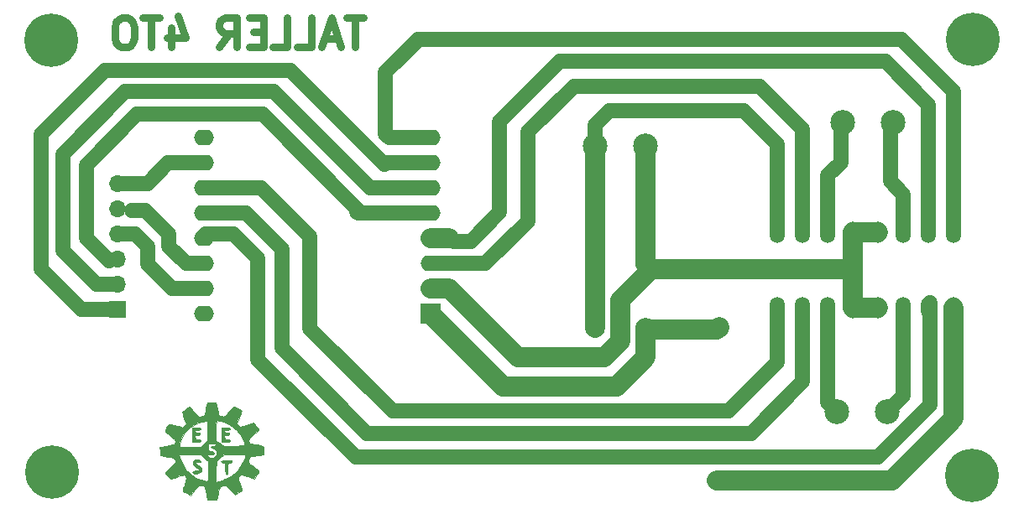
<source format=gbr>
%TF.GenerationSoftware,KiCad,Pcbnew,7.0.1*%
%TF.CreationDate,2024-11-18T13:57:49-03:00*%
%TF.ProjectId,LABERINTO,4c414245-5249-44e5-944f-2e6b69636164,rev?*%
%TF.SameCoordinates,Original*%
%TF.FileFunction,Copper,L2,Bot*%
%TF.FilePolarity,Positive*%
%FSLAX46Y46*%
G04 Gerber Fmt 4.6, Leading zero omitted, Abs format (unit mm)*
G04 Created by KiCad (PCBNEW 7.0.1) date 2024-11-18 13:57:49*
%MOMM*%
%LPD*%
G01*
G04 APERTURE LIST*
%ADD10C,0.750000*%
%TA.AperFunction,NonConductor*%
%ADD11C,0.750000*%
%TD*%
%TA.AperFunction,EtchedComponent*%
%ADD12C,0.010000*%
%TD*%
%TA.AperFunction,ComponentPad*%
%ADD13C,2.500000*%
%TD*%
%TA.AperFunction,ComponentPad*%
%ADD14C,0.800000*%
%TD*%
%TA.AperFunction,ComponentPad*%
%ADD15C,5.400000*%
%TD*%
%TA.AperFunction,ComponentPad*%
%ADD16C,2.000000*%
%TD*%
%TA.AperFunction,ComponentPad*%
%ADD17C,1.600000*%
%TD*%
%TA.AperFunction,ComponentPad*%
%ADD18O,1.600000X1.600000*%
%TD*%
%TA.AperFunction,ComponentPad*%
%ADD19R,2.000000X2.000000*%
%TD*%
%TA.AperFunction,ComponentPad*%
%ADD20O,2.000000X1.600000*%
%TD*%
%TA.AperFunction,ComponentPad*%
%ADD21R,1.700000X1.700000*%
%TD*%
%TA.AperFunction,ComponentPad*%
%ADD22O,1.700000X1.700000*%
%TD*%
%TA.AperFunction,ComponentPad*%
%ADD23O,1.501140X2.199640*%
%TD*%
%TA.AperFunction,Conductor*%
%ADD24C,2.000000*%
%TD*%
%TA.AperFunction,Conductor*%
%ADD25C,1.500000*%
%TD*%
G04 APERTURE END LIST*
D10*
D11*
X127095284Y-76045607D02*
X125380999Y-76045607D01*
X126238141Y-79045607D02*
X126238141Y-76045607D01*
X124523856Y-78188464D02*
X123095285Y-78188464D01*
X124809570Y-79045607D02*
X123809570Y-76045607D01*
X123809570Y-76045607D02*
X122809570Y-79045607D01*
X120380998Y-79045607D02*
X121809570Y-79045607D01*
X121809570Y-79045607D02*
X121809570Y-76045607D01*
X117952427Y-79045607D02*
X119380999Y-79045607D01*
X119380999Y-79045607D02*
X119380999Y-76045607D01*
X116952428Y-77474178D02*
X115952428Y-77474178D01*
X115523856Y-79045607D02*
X116952428Y-79045607D01*
X116952428Y-79045607D02*
X116952428Y-76045607D01*
X116952428Y-76045607D02*
X115523856Y-76045607D01*
X112523856Y-79045607D02*
X113523856Y-77617035D01*
X114238142Y-79045607D02*
X114238142Y-76045607D01*
X114238142Y-76045607D02*
X113095285Y-76045607D01*
X113095285Y-76045607D02*
X112809570Y-76188464D01*
X112809570Y-76188464D02*
X112666713Y-76331321D01*
X112666713Y-76331321D02*
X112523856Y-76617035D01*
X112523856Y-76617035D02*
X112523856Y-77045607D01*
X112523856Y-77045607D02*
X112666713Y-77331321D01*
X112666713Y-77331321D02*
X112809570Y-77474178D01*
X112809570Y-77474178D02*
X113095285Y-77617035D01*
X113095285Y-77617035D02*
X114238142Y-77617035D01*
X107666714Y-77045607D02*
X107666714Y-79045607D01*
X108380999Y-75902750D02*
X109095285Y-78045607D01*
X109095285Y-78045607D02*
X107238142Y-78045607D01*
X106523856Y-76045607D02*
X104809571Y-76045607D01*
X105666713Y-79045607D02*
X105666713Y-76045607D01*
X103238142Y-76045607D02*
X102666714Y-76045607D01*
X102666714Y-76045607D02*
X102380999Y-76188464D01*
X102380999Y-76188464D02*
X102095285Y-76474178D01*
X102095285Y-76474178D02*
X101952428Y-77045607D01*
X101952428Y-77045607D02*
X101952428Y-78045607D01*
X101952428Y-78045607D02*
X102095285Y-78617035D01*
X102095285Y-78617035D02*
X102380999Y-78902750D01*
X102380999Y-78902750D02*
X102666714Y-79045607D01*
X102666714Y-79045607D02*
X103238142Y-79045607D01*
X103238142Y-79045607D02*
X103523857Y-78902750D01*
X103523857Y-78902750D02*
X103809571Y-78617035D01*
X103809571Y-78617035D02*
X103952428Y-78045607D01*
X103952428Y-78045607D02*
X103952428Y-77045607D01*
X103952428Y-77045607D02*
X103809571Y-76474178D01*
X103809571Y-76474178D02*
X103523857Y-76188464D01*
X103523857Y-76188464D02*
X103238142Y-76045607D01*
%TO.C,G\u002A\u002A\u002A*%
D12*
X107966075Y-119085269D02*
X108000336Y-119062828D01*
X108039167Y-118989986D01*
X108056552Y-118911930D01*
X108053012Y-118781123D01*
X107973622Y-118641752D01*
X107794172Y-118460452D01*
X107620577Y-118311132D01*
X107378249Y-118108837D01*
X107184763Y-117947147D01*
X107078998Y-117858551D01*
X107075166Y-117855320D01*
X107068762Y-117752107D01*
X107132031Y-117557094D01*
X107186967Y-117438833D01*
X107307818Y-117222908D01*
X107415132Y-117124780D01*
X107565258Y-117108006D01*
X107680660Y-117119544D01*
X107953043Y-117175210D01*
X108273270Y-117271057D01*
X108394762Y-117315613D01*
X108797332Y-117473907D01*
X109173406Y-117097833D01*
X108974855Y-116514626D01*
X108881544Y-116215868D01*
X108821663Y-115974987D01*
X108807075Y-115840405D01*
X108808366Y-115835230D01*
X108895304Y-115737767D01*
X109079064Y-115600539D01*
X109188369Y-115531554D01*
X109536308Y-115324069D01*
X109983544Y-115838267D01*
X110213633Y-116094998D01*
X110373618Y-116243607D01*
X110499663Y-116307806D01*
X110627932Y-116311310D01*
X110688945Y-116300833D01*
X110851342Y-116259300D01*
X110960278Y-116189643D01*
X111036402Y-116056668D01*
X111100362Y-115825179D01*
X111168331Y-115483720D01*
X111279021Y-114897084D01*
X112154355Y-114897084D01*
X112299221Y-115571227D01*
X112373793Y-115904307D01*
X112435649Y-116107863D01*
X112506282Y-116218216D01*
X112607184Y-116271684D01*
X112729883Y-116298986D01*
X112905159Y-116316829D01*
X113044019Y-116273311D01*
X113199168Y-116141646D01*
X113340269Y-115988767D01*
X113619255Y-115679649D01*
X113809243Y-115479543D01*
X113930869Y-115368412D01*
X114004766Y-115326214D01*
X114024693Y-115324089D01*
X114134978Y-115365962D01*
X114320922Y-115463000D01*
X114524480Y-115581550D01*
X114687609Y-115687956D01*
X114751965Y-115745776D01*
X114728919Y-115839804D01*
X114655642Y-116049280D01*
X114546688Y-116333201D01*
X114517695Y-116405760D01*
X114269864Y-117021384D01*
X114455576Y-117207096D01*
X114641288Y-117392809D01*
X115296074Y-117156494D01*
X115950860Y-116920180D01*
X116224767Y-117242132D01*
X116382741Y-117436448D01*
X116482332Y-117575529D01*
X116499933Y-117612548D01*
X116441367Y-117686789D01*
X116284094Y-117842893D01*
X116057607Y-118052092D01*
X115961798Y-118137519D01*
X115691075Y-118386508D01*
X115532518Y-118563356D01*
X115463758Y-118698755D01*
X115462323Y-118822848D01*
X115501587Y-118942865D01*
X115586965Y-119025875D01*
X115751995Y-119086109D01*
X116030215Y-119137793D01*
X116289526Y-119173791D01*
X116636778Y-119222584D01*
X116849282Y-119274099D01*
X116960127Y-119353529D01*
X117002401Y-119486070D01*
X117009191Y-119696915D01*
X117009193Y-119721773D01*
X117009193Y-120132385D01*
X116581692Y-120224068D01*
X116291213Y-120278032D01*
X116038954Y-120310982D01*
X115952740Y-120315750D01*
X115752257Y-120367638D01*
X115574299Y-120490741D01*
X115486468Y-120636221D01*
X115485193Y-120653540D01*
X115457533Y-120791950D01*
X115440681Y-120841230D01*
X115484037Y-120953482D01*
X115660814Y-121134218D01*
X115948681Y-121362908D01*
X116204835Y-121555769D01*
X116397917Y-121710245D01*
X116495430Y-121800024D01*
X116501193Y-121810260D01*
X116461954Y-121901158D01*
X116361792Y-122087139D01*
X116286505Y-122218267D01*
X116071817Y-122584604D01*
X115401436Y-122364831D01*
X115071708Y-122259103D01*
X114861784Y-122204259D01*
X114730950Y-122197261D01*
X114638493Y-122235068D01*
X114557790Y-122301860D01*
X114444357Y-122421529D01*
X114398663Y-122543490D01*
X114422648Y-122710336D01*
X114518256Y-122964656D01*
X114596193Y-123143963D01*
X114707764Y-123406980D01*
X114784456Y-123608306D01*
X114807860Y-123693580D01*
X114743096Y-123777499D01*
X114578025Y-123912378D01*
X114458593Y-123995715D01*
X114109327Y-124226848D01*
X113586855Y-123709019D01*
X113331016Y-123460334D01*
X113157907Y-123313603D01*
X113032336Y-123249254D01*
X112919112Y-123247714D01*
X112813232Y-123278742D01*
X112684815Y-123336958D01*
X112594865Y-123429473D01*
X112523185Y-123594547D01*
X112449580Y-123870435D01*
X112410128Y-124042355D01*
X112258174Y-124718417D01*
X111348532Y-124718417D01*
X111252500Y-124231584D01*
X111168602Y-123831491D01*
X111095602Y-123566855D01*
X111018405Y-123405805D01*
X110921918Y-123316470D01*
X110796337Y-123268383D01*
X110650898Y-123260155D01*
X110495174Y-123326060D01*
X110307543Y-123483631D01*
X110066379Y-123750402D01*
X109808394Y-124069440D01*
X109641169Y-124282032D01*
X109240014Y-124062582D01*
X109013943Y-123938577D01*
X108859413Y-123853184D01*
X108818496Y-123830022D01*
X108834061Y-123749863D01*
X108893312Y-123547981D01*
X108984765Y-123262744D01*
X109019456Y-123158643D01*
X109097267Y-122922417D01*
X112183193Y-122922417D01*
X112527733Y-122845004D01*
X112791614Y-122763536D01*
X113121792Y-122631889D01*
X113376905Y-122512854D01*
X113704112Y-122326753D01*
X114022980Y-122111738D01*
X114205074Y-121965820D01*
X114466876Y-121670504D01*
X114726975Y-121280147D01*
X114946876Y-120861040D01*
X115088084Y-120479472D01*
X115101818Y-120421584D01*
X115159981Y-120146417D01*
X113008050Y-120146417D01*
X112680044Y-120442750D01*
X112478754Y-120611023D01*
X112321433Y-120718391D01*
X112267616Y-120739084D01*
X112231560Y-120820636D01*
X112204553Y-121053178D01*
X112187999Y-121418541D01*
X112183193Y-121830750D01*
X112183193Y-122922417D01*
X109097267Y-122922417D01*
X109126597Y-122833373D01*
X109181925Y-122627915D01*
X109188396Y-122501847D01*
X109148968Y-122414752D01*
X109079420Y-122339015D01*
X108993887Y-122262481D01*
X108904447Y-122228712D01*
X108771155Y-122240771D01*
X108554066Y-122301724D01*
X108248571Y-122402752D01*
X107579080Y-122627849D01*
X107341136Y-122342831D01*
X107195030Y-122149368D01*
X107110735Y-122002049D01*
X107102598Y-121969948D01*
X107161337Y-121876041D01*
X107318038Y-121703812D01*
X107542529Y-121485650D01*
X107618220Y-121416417D01*
X107875540Y-121176359D01*
X108024139Y-121009553D01*
X108086544Y-120882258D01*
X108085278Y-120760728D01*
X108077815Y-120727929D01*
X108037889Y-120618590D01*
X107961331Y-120543141D01*
X107812867Y-120486467D01*
X107557222Y-120433451D01*
X107287027Y-120389065D01*
X106552860Y-120273022D01*
X106545457Y-120146417D01*
X108454633Y-120146417D01*
X108509660Y-120379250D01*
X108746688Y-121046100D01*
X109114953Y-121641987D01*
X109592439Y-122142606D01*
X110157128Y-122523650D01*
X110627357Y-122717180D01*
X110944700Y-122813253D01*
X111163828Y-122858672D01*
X111302895Y-122832402D01*
X111380052Y-122713413D01*
X111413454Y-122480670D01*
X111421254Y-122113141D01*
X111421200Y-121830750D01*
X111421193Y-121797417D01*
X111417664Y-121343307D01*
X111405295Y-121034492D01*
X111381414Y-120847046D01*
X111343348Y-120757041D01*
X111302964Y-120739084D01*
X111179963Y-120679649D01*
X111005851Y-120529434D01*
X110924550Y-120442750D01*
X110779785Y-120277871D01*
X111336526Y-120277871D01*
X111406731Y-120407330D01*
X111582535Y-120470372D01*
X111811722Y-120461965D01*
X112042074Y-120377077D01*
X112084445Y-120349950D01*
X112228137Y-120189060D01*
X112252368Y-119957678D01*
X112251451Y-119947783D01*
X112200072Y-119747783D01*
X112060688Y-119638008D01*
X111950360Y-119599741D01*
X111744543Y-119504193D01*
X111680553Y-119401338D01*
X111760642Y-119323120D01*
X111929193Y-119299750D01*
X112130845Y-119261886D01*
X112183193Y-119172750D01*
X112133331Y-119089043D01*
X111963790Y-119050914D01*
X111802193Y-119045750D01*
X111421193Y-119045750D01*
X111421193Y-119421386D01*
X111429318Y-119654524D01*
X111476390Y-119768156D01*
X111596451Y-119812038D01*
X111696360Y-119823552D01*
X111895657Y-119870024D01*
X111968388Y-119975233D01*
X111971526Y-120019417D01*
X111942894Y-120131617D01*
X111826744Y-120176252D01*
X111654026Y-120179093D01*
X111420368Y-120198869D01*
X111336611Y-120274519D01*
X111336526Y-120277871D01*
X110779785Y-120277871D01*
X110664366Y-120146417D01*
X108454633Y-120146417D01*
X106545457Y-120146417D01*
X106527833Y-119845019D01*
X106502807Y-119417017D01*
X106673994Y-119384417D01*
X108542526Y-119384417D01*
X110631017Y-119384417D01*
X110983772Y-119058756D01*
X111287951Y-118777939D01*
X112183193Y-118777939D01*
X112479526Y-118961084D01*
X112665060Y-119093534D01*
X112768284Y-119201761D01*
X112775860Y-119224446D01*
X112856646Y-119255249D01*
X113083980Y-119275739D01*
X113435326Y-119284782D01*
X113888147Y-119281240D01*
X113897693Y-119281041D01*
X115019526Y-119257417D01*
X114993081Y-119011351D01*
X114872608Y-118584210D01*
X114619717Y-118142272D01*
X114265146Y-117716060D01*
X113839635Y-117336097D01*
X113373922Y-117032903D01*
X112898745Y-116837002D01*
X112772493Y-116806399D01*
X112528482Y-116753738D01*
X112338130Y-116707275D01*
X112331360Y-116705390D01*
X112269746Y-116701310D01*
X112227971Y-116747401D01*
X112202240Y-116869674D01*
X112188759Y-117094135D01*
X112183731Y-117446795D01*
X112183193Y-117720806D01*
X112183193Y-118777939D01*
X111287951Y-118777939D01*
X111336526Y-118733095D01*
X111336526Y-117720806D01*
X111336526Y-116759750D01*
X111128036Y-116759750D01*
X110797389Y-116814738D01*
X110393753Y-116964519D01*
X109966007Y-117186318D01*
X109563028Y-117457360D01*
X109468327Y-117533099D01*
X109061374Y-117935878D01*
X108759377Y-118368456D01*
X108582011Y-118797842D01*
X108542526Y-119085269D01*
X108542526Y-119384417D01*
X106673994Y-119384417D01*
X107078167Y-119307448D01*
X107483522Y-119229137D01*
X107752406Y-119170320D01*
X107914714Y-119118912D01*
X107966075Y-119085269D01*
%TA.AperFunction,EtchedComponent*%
G36*
X107966075Y-119085269D02*
G01*
X108000336Y-119062828D01*
X108039167Y-118989986D01*
X108056552Y-118911930D01*
X108053012Y-118781123D01*
X107973622Y-118641752D01*
X107794172Y-118460452D01*
X107620577Y-118311132D01*
X107378249Y-118108837D01*
X107184763Y-117947147D01*
X107078998Y-117858551D01*
X107075166Y-117855320D01*
X107068762Y-117752107D01*
X107132031Y-117557094D01*
X107186967Y-117438833D01*
X107307818Y-117222908D01*
X107415132Y-117124780D01*
X107565258Y-117108006D01*
X107680660Y-117119544D01*
X107953043Y-117175210D01*
X108273270Y-117271057D01*
X108394762Y-117315613D01*
X108797332Y-117473907D01*
X109173406Y-117097833D01*
X108974855Y-116514626D01*
X108881544Y-116215868D01*
X108821663Y-115974987D01*
X108807075Y-115840405D01*
X108808366Y-115835230D01*
X108895304Y-115737767D01*
X109079064Y-115600539D01*
X109188369Y-115531554D01*
X109536308Y-115324069D01*
X109983544Y-115838267D01*
X110213633Y-116094998D01*
X110373618Y-116243607D01*
X110499663Y-116307806D01*
X110627932Y-116311310D01*
X110688945Y-116300833D01*
X110851342Y-116259300D01*
X110960278Y-116189643D01*
X111036402Y-116056668D01*
X111100362Y-115825179D01*
X111168331Y-115483720D01*
X111279021Y-114897084D01*
X112154355Y-114897084D01*
X112299221Y-115571227D01*
X112373793Y-115904307D01*
X112435649Y-116107863D01*
X112506282Y-116218216D01*
X112607184Y-116271684D01*
X112729883Y-116298986D01*
X112905159Y-116316829D01*
X113044019Y-116273311D01*
X113199168Y-116141646D01*
X113340269Y-115988767D01*
X113619255Y-115679649D01*
X113809243Y-115479543D01*
X113930869Y-115368412D01*
X114004766Y-115326214D01*
X114024693Y-115324089D01*
X114134978Y-115365962D01*
X114320922Y-115463000D01*
X114524480Y-115581550D01*
X114687609Y-115687956D01*
X114751965Y-115745776D01*
X114728919Y-115839804D01*
X114655642Y-116049280D01*
X114546688Y-116333201D01*
X114517695Y-116405760D01*
X114269864Y-117021384D01*
X114455576Y-117207096D01*
X114641288Y-117392809D01*
X115296074Y-117156494D01*
X115950860Y-116920180D01*
X116224767Y-117242132D01*
X116382741Y-117436448D01*
X116482332Y-117575529D01*
X116499933Y-117612548D01*
X116441367Y-117686789D01*
X116284094Y-117842893D01*
X116057607Y-118052092D01*
X115961798Y-118137519D01*
X115691075Y-118386508D01*
X115532518Y-118563356D01*
X115463758Y-118698755D01*
X115462323Y-118822848D01*
X115501587Y-118942865D01*
X115586965Y-119025875D01*
X115751995Y-119086109D01*
X116030215Y-119137793D01*
X116289526Y-119173791D01*
X116636778Y-119222584D01*
X116849282Y-119274099D01*
X116960127Y-119353529D01*
X117002401Y-119486070D01*
X117009191Y-119696915D01*
X117009193Y-119721773D01*
X117009193Y-120132385D01*
X116581692Y-120224068D01*
X116291213Y-120278032D01*
X116038954Y-120310982D01*
X115952740Y-120315750D01*
X115752257Y-120367638D01*
X115574299Y-120490741D01*
X115486468Y-120636221D01*
X115485193Y-120653540D01*
X115457533Y-120791950D01*
X115440681Y-120841230D01*
X115484037Y-120953482D01*
X115660814Y-121134218D01*
X115948681Y-121362908D01*
X116204835Y-121555769D01*
X116397917Y-121710245D01*
X116495430Y-121800024D01*
X116501193Y-121810260D01*
X116461954Y-121901158D01*
X116361792Y-122087139D01*
X116286505Y-122218267D01*
X116071817Y-122584604D01*
X115401436Y-122364831D01*
X115071708Y-122259103D01*
X114861784Y-122204259D01*
X114730950Y-122197261D01*
X114638493Y-122235068D01*
X114557790Y-122301860D01*
X114444357Y-122421529D01*
X114398663Y-122543490D01*
X114422648Y-122710336D01*
X114518256Y-122964656D01*
X114596193Y-123143963D01*
X114707764Y-123406980D01*
X114784456Y-123608306D01*
X114807860Y-123693580D01*
X114743096Y-123777499D01*
X114578025Y-123912378D01*
X114458593Y-123995715D01*
X114109327Y-124226848D01*
X113586855Y-123709019D01*
X113331016Y-123460334D01*
X113157907Y-123313603D01*
X113032336Y-123249254D01*
X112919112Y-123247714D01*
X112813232Y-123278742D01*
X112684815Y-123336958D01*
X112594865Y-123429473D01*
X112523185Y-123594547D01*
X112449580Y-123870435D01*
X112410128Y-124042355D01*
X112258174Y-124718417D01*
X111348532Y-124718417D01*
X111252500Y-124231584D01*
X111168602Y-123831491D01*
X111095602Y-123566855D01*
X111018405Y-123405805D01*
X110921918Y-123316470D01*
X110796337Y-123268383D01*
X110650898Y-123260155D01*
X110495174Y-123326060D01*
X110307543Y-123483631D01*
X110066379Y-123750402D01*
X109808394Y-124069440D01*
X109641169Y-124282032D01*
X109240014Y-124062582D01*
X109013943Y-123938577D01*
X108859413Y-123853184D01*
X108818496Y-123830022D01*
X108834061Y-123749863D01*
X108893312Y-123547981D01*
X108984765Y-123262744D01*
X109019456Y-123158643D01*
X109097267Y-122922417D01*
X112183193Y-122922417D01*
X112527733Y-122845004D01*
X112791614Y-122763536D01*
X113121792Y-122631889D01*
X113376905Y-122512854D01*
X113704112Y-122326753D01*
X114022980Y-122111738D01*
X114205074Y-121965820D01*
X114466876Y-121670504D01*
X114726975Y-121280147D01*
X114946876Y-120861040D01*
X115088084Y-120479472D01*
X115101818Y-120421584D01*
X115159981Y-120146417D01*
X113008050Y-120146417D01*
X112680044Y-120442750D01*
X112478754Y-120611023D01*
X112321433Y-120718391D01*
X112267616Y-120739084D01*
X112231560Y-120820636D01*
X112204553Y-121053178D01*
X112187999Y-121418541D01*
X112183193Y-121830750D01*
X112183193Y-122922417D01*
X109097267Y-122922417D01*
X109126597Y-122833373D01*
X109181925Y-122627915D01*
X109188396Y-122501847D01*
X109148968Y-122414752D01*
X109079420Y-122339015D01*
X108993887Y-122262481D01*
X108904447Y-122228712D01*
X108771155Y-122240771D01*
X108554066Y-122301724D01*
X108248571Y-122402752D01*
X107579080Y-122627849D01*
X107341136Y-122342831D01*
X107195030Y-122149368D01*
X107110735Y-122002049D01*
X107102598Y-121969948D01*
X107161337Y-121876041D01*
X107318038Y-121703812D01*
X107542529Y-121485650D01*
X107618220Y-121416417D01*
X107875540Y-121176359D01*
X108024139Y-121009553D01*
X108086544Y-120882258D01*
X108085278Y-120760728D01*
X108077815Y-120727929D01*
X108037889Y-120618590D01*
X107961331Y-120543141D01*
X107812867Y-120486467D01*
X107557222Y-120433451D01*
X107287027Y-120389065D01*
X106552860Y-120273022D01*
X106545457Y-120146417D01*
X108454633Y-120146417D01*
X108509660Y-120379250D01*
X108746688Y-121046100D01*
X109114953Y-121641987D01*
X109592439Y-122142606D01*
X110157128Y-122523650D01*
X110627357Y-122717180D01*
X110944700Y-122813253D01*
X111163828Y-122858672D01*
X111302895Y-122832402D01*
X111380052Y-122713413D01*
X111413454Y-122480670D01*
X111421254Y-122113141D01*
X111421200Y-121830750D01*
X111421193Y-121797417D01*
X111417664Y-121343307D01*
X111405295Y-121034492D01*
X111381414Y-120847046D01*
X111343348Y-120757041D01*
X111302964Y-120739084D01*
X111179963Y-120679649D01*
X111005851Y-120529434D01*
X110924550Y-120442750D01*
X110779785Y-120277871D01*
X111336526Y-120277871D01*
X111406731Y-120407330D01*
X111582535Y-120470372D01*
X111811722Y-120461965D01*
X112042074Y-120377077D01*
X112084445Y-120349950D01*
X112228137Y-120189060D01*
X112252368Y-119957678D01*
X112251451Y-119947783D01*
X112200072Y-119747783D01*
X112060688Y-119638008D01*
X111950360Y-119599741D01*
X111744543Y-119504193D01*
X111680553Y-119401338D01*
X111760642Y-119323120D01*
X111929193Y-119299750D01*
X112130845Y-119261886D01*
X112183193Y-119172750D01*
X112133331Y-119089043D01*
X111963790Y-119050914D01*
X111802193Y-119045750D01*
X111421193Y-119045750D01*
X111421193Y-119421386D01*
X111429318Y-119654524D01*
X111476390Y-119768156D01*
X111596451Y-119812038D01*
X111696360Y-119823552D01*
X111895657Y-119870024D01*
X111968388Y-119975233D01*
X111971526Y-120019417D01*
X111942894Y-120131617D01*
X111826744Y-120176252D01*
X111654026Y-120179093D01*
X111420368Y-120198869D01*
X111336611Y-120274519D01*
X111336526Y-120277871D01*
X110779785Y-120277871D01*
X110664366Y-120146417D01*
X108454633Y-120146417D01*
X106545457Y-120146417D01*
X106527833Y-119845019D01*
X106502807Y-119417017D01*
X106673994Y-119384417D01*
X108542526Y-119384417D01*
X110631017Y-119384417D01*
X110983772Y-119058756D01*
X111287951Y-118777939D01*
X112183193Y-118777939D01*
X112479526Y-118961084D01*
X112665060Y-119093534D01*
X112768284Y-119201761D01*
X112775860Y-119224446D01*
X112856646Y-119255249D01*
X113083980Y-119275739D01*
X113435326Y-119284782D01*
X113888147Y-119281240D01*
X113897693Y-119281041D01*
X115019526Y-119257417D01*
X114993081Y-119011351D01*
X114872608Y-118584210D01*
X114619717Y-118142272D01*
X114265146Y-117716060D01*
X113839635Y-117336097D01*
X113373922Y-117032903D01*
X112898745Y-116837002D01*
X112772493Y-116806399D01*
X112528482Y-116753738D01*
X112338130Y-116707275D01*
X112331360Y-116705390D01*
X112269746Y-116701310D01*
X112227971Y-116747401D01*
X112202240Y-116869674D01*
X112188759Y-117094135D01*
X112183731Y-117446795D01*
X112183193Y-117720806D01*
X112183193Y-118777939D01*
X111287951Y-118777939D01*
X111336526Y-118733095D01*
X111336526Y-117720806D01*
X111336526Y-116759750D01*
X111128036Y-116759750D01*
X110797389Y-116814738D01*
X110393753Y-116964519D01*
X109966007Y-117186318D01*
X109563028Y-117457360D01*
X109468327Y-117533099D01*
X109061374Y-117935878D01*
X108759377Y-118368456D01*
X108582011Y-118797842D01*
X108542526Y-119085269D01*
X108542526Y-119384417D01*
X106673994Y-119384417D01*
X107078167Y-119307448D01*
X107483522Y-119229137D01*
X107752406Y-119170320D01*
X107914714Y-119118912D01*
X107966075Y-119085269D01*
G37*
%TD.AperFunction*%
X110535472Y-120717378D02*
X110640395Y-120830466D01*
X110642683Y-120840462D01*
X110634977Y-120931094D01*
X110536650Y-120955012D01*
X110356847Y-120933373D01*
X110152046Y-120912851D01*
X110077606Y-120947720D01*
X110083016Y-121001328D01*
X110185122Y-121132119D01*
X110297016Y-121208056D01*
X110597310Y-121405371D01*
X110732904Y-121609784D01*
X110702080Y-121816915D01*
X110589026Y-121953628D01*
X110410381Y-122046110D01*
X110175698Y-122091862D01*
X109962818Y-122081838D01*
X109868971Y-122037306D01*
X109804047Y-121906953D01*
X109889675Y-121818256D01*
X110109010Y-121787314D01*
X110130026Y-121787760D01*
X110363660Y-121765046D01*
X110441856Y-121687593D01*
X110363741Y-121569812D01*
X110151193Y-121437289D01*
X109915057Y-121260525D01*
X109827554Y-121054304D01*
X109896704Y-120843981D01*
X109945640Y-120787398D01*
X110123179Y-120690903D01*
X110341428Y-120669210D01*
X110535472Y-120717378D01*
%TA.AperFunction,EtchedComponent*%
G36*
X110535472Y-120717378D02*
G01*
X110640395Y-120830466D01*
X110642683Y-120840462D01*
X110634977Y-120931094D01*
X110536650Y-120955012D01*
X110356847Y-120933373D01*
X110152046Y-120912851D01*
X110077606Y-120947720D01*
X110083016Y-121001328D01*
X110185122Y-121132119D01*
X110297016Y-121208056D01*
X110597310Y-121405371D01*
X110732904Y-121609784D01*
X110702080Y-121816915D01*
X110589026Y-121953628D01*
X110410381Y-122046110D01*
X110175698Y-122091862D01*
X109962818Y-122081838D01*
X109868971Y-122037306D01*
X109804047Y-121906953D01*
X109889675Y-121818256D01*
X110109010Y-121787314D01*
X110130026Y-121787760D01*
X110363660Y-121765046D01*
X110441856Y-121687593D01*
X110363741Y-121569812D01*
X110151193Y-121437289D01*
X109915057Y-121260525D01*
X109827554Y-121054304D01*
X109896704Y-120843981D01*
X109945640Y-120787398D01*
X110123179Y-120690903D01*
X110341428Y-120669210D01*
X110535472Y-120717378D01*
G37*
%TD.AperFunction*%
X113465411Y-117450679D02*
X113595437Y-117497752D01*
X113622526Y-117564084D01*
X113558267Y-117658015D01*
X113353182Y-117690854D01*
X113326193Y-117691084D01*
X113107020Y-117718623D01*
X113030395Y-117806517D01*
X113029860Y-117818084D01*
X113105588Y-117918910D01*
X113283860Y-117945084D01*
X113485512Y-117982948D01*
X113537860Y-118072084D01*
X113462131Y-118172910D01*
X113283860Y-118199084D01*
X113102333Y-118221865D01*
X113035925Y-118318705D01*
X113029860Y-118410750D01*
X113052000Y-118553892D01*
X113151631Y-118612491D01*
X113326193Y-118622417D01*
X113545366Y-118649957D01*
X113621990Y-118737850D01*
X113622526Y-118749417D01*
X113577207Y-118829282D01*
X113420299Y-118868290D01*
X113199193Y-118876417D01*
X112775860Y-118876417D01*
X112775860Y-117437084D01*
X113199193Y-117437084D01*
X113465411Y-117450679D01*
%TA.AperFunction,EtchedComponent*%
G36*
X113465411Y-117450679D02*
G01*
X113595437Y-117497752D01*
X113622526Y-117564084D01*
X113558267Y-117658015D01*
X113353182Y-117690854D01*
X113326193Y-117691084D01*
X113107020Y-117718623D01*
X113030395Y-117806517D01*
X113029860Y-117818084D01*
X113105588Y-117918910D01*
X113283860Y-117945084D01*
X113485512Y-117982948D01*
X113537860Y-118072084D01*
X113462131Y-118172910D01*
X113283860Y-118199084D01*
X113102333Y-118221865D01*
X113035925Y-118318705D01*
X113029860Y-118410750D01*
X113052000Y-118553892D01*
X113151631Y-118612491D01*
X113326193Y-118622417D01*
X113545366Y-118649957D01*
X113621990Y-118737850D01*
X113622526Y-118749417D01*
X113577207Y-118829282D01*
X113420299Y-118868290D01*
X113199193Y-118876417D01*
X112775860Y-118876417D01*
X112775860Y-117437084D01*
X113199193Y-117437084D01*
X113465411Y-117450679D01*
G37*
%TD.AperFunction*%
X110502078Y-117450679D02*
X110632104Y-117497752D01*
X110659193Y-117564084D01*
X110594933Y-117658015D01*
X110389848Y-117690854D01*
X110362860Y-117691084D01*
X110143686Y-117718623D01*
X110067062Y-117806517D01*
X110066526Y-117818084D01*
X110142254Y-117918910D01*
X110320526Y-117945084D01*
X110522178Y-117982948D01*
X110574526Y-118072084D01*
X110498798Y-118172910D01*
X110320526Y-118199084D01*
X110138999Y-118221865D01*
X110072592Y-118318705D01*
X110066526Y-118410750D01*
X110088666Y-118553892D01*
X110188298Y-118612491D01*
X110362860Y-118622417D01*
X110582033Y-118649957D01*
X110658657Y-118737850D01*
X110659193Y-118749417D01*
X110613873Y-118829282D01*
X110456966Y-118868290D01*
X110235860Y-118876417D01*
X109812526Y-118876417D01*
X109812526Y-117437084D01*
X110235860Y-117437084D01*
X110502078Y-117450679D01*
%TA.AperFunction,EtchedComponent*%
G36*
X110502078Y-117450679D02*
G01*
X110632104Y-117497752D01*
X110659193Y-117564084D01*
X110594933Y-117658015D01*
X110389848Y-117690854D01*
X110362860Y-117691084D01*
X110143686Y-117718623D01*
X110067062Y-117806517D01*
X110066526Y-117818084D01*
X110142254Y-117918910D01*
X110320526Y-117945084D01*
X110522178Y-117982948D01*
X110574526Y-118072084D01*
X110498798Y-118172910D01*
X110320526Y-118199084D01*
X110138999Y-118221865D01*
X110072592Y-118318705D01*
X110066526Y-118410750D01*
X110088666Y-118553892D01*
X110188298Y-118612491D01*
X110362860Y-118622417D01*
X110582033Y-118649957D01*
X110658657Y-118737850D01*
X110659193Y-118749417D01*
X110613873Y-118829282D01*
X110456966Y-118868290D01*
X110235860Y-118876417D01*
X109812526Y-118876417D01*
X109812526Y-117437084D01*
X110235860Y-117437084D01*
X110502078Y-117450679D01*
G37*
%TD.AperFunction*%
X113550216Y-120747562D02*
X113721788Y-120777858D01*
X113787830Y-120837261D01*
X113791860Y-120866084D01*
X113718259Y-120968227D01*
X113580193Y-120993084D01*
X113469609Y-121001799D01*
X113406319Y-121052543D01*
X113377146Y-121182216D01*
X113368912Y-121427715D01*
X113368526Y-121585750D01*
X113361057Y-121907756D01*
X113334202Y-122092050D01*
X113281286Y-122169776D01*
X113241526Y-122178417D01*
X113172525Y-122143562D01*
X113133033Y-122018237D01*
X113116378Y-121771296D01*
X113114526Y-121585750D01*
X113111414Y-121276114D01*
X113093290Y-121098903D01*
X113046979Y-121017219D01*
X112959301Y-120994162D01*
X112902860Y-120993084D01*
X112732621Y-120948923D01*
X112691193Y-120866084D01*
X112727933Y-120794847D01*
X112859215Y-120755254D01*
X113116628Y-120740013D01*
X113241526Y-120739084D01*
X113550216Y-120747562D01*
%TA.AperFunction,EtchedComponent*%
G36*
X113550216Y-120747562D02*
G01*
X113721788Y-120777858D01*
X113787830Y-120837261D01*
X113791860Y-120866084D01*
X113718259Y-120968227D01*
X113580193Y-120993084D01*
X113469609Y-121001799D01*
X113406319Y-121052543D01*
X113377146Y-121182216D01*
X113368912Y-121427715D01*
X113368526Y-121585750D01*
X113361057Y-121907756D01*
X113334202Y-122092050D01*
X113281286Y-122169776D01*
X113241526Y-122178417D01*
X113172525Y-122143562D01*
X113133033Y-122018237D01*
X113116378Y-121771296D01*
X113114526Y-121585750D01*
X113111414Y-121276114D01*
X113093290Y-121098903D01*
X113046979Y-121017219D01*
X112959301Y-120994162D01*
X112902860Y-120993084D01*
X112732621Y-120948923D01*
X112691193Y-120866084D01*
X112727933Y-120794847D01*
X112859215Y-120755254D01*
X113116628Y-120740013D01*
X113241526Y-120739084D01*
X113550216Y-120747562D01*
G37*
%TD.AperFunction*%
%TD*%
D13*
%TO.P,J1,1*%
%TO.N,/VCC2*%
X150441000Y-88982750D03*
%TO.P,J1,2*%
%TO.N,GND*%
X155521000Y-88982750D03*
%TD*%
%TO.P,J2,1*%
%TO.N,Net-(J2-Pad1)*%
X175416489Y-86602750D03*
%TO.P,J2,2*%
%TO.N,Net-(J2-Pad2)*%
X180496489Y-86602750D03*
%TD*%
D14*
%TO.P,H3,1*%
%TO.N,N/C*%
X93531000Y-78332750D03*
X95556000Y-76307750D03*
X94124109Y-79764641D03*
X97581000Y-78332750D03*
X94124109Y-76900859D03*
X96987891Y-76900859D03*
X95556000Y-80357750D03*
D15*
X95556000Y-78332750D03*
D14*
X96987891Y-79764641D03*
%TD*%
D16*
%TO.P,U2,1,OUT*%
%TO.N,+5V*%
X155546000Y-107332750D03*
%TO.P,U2,2,GND*%
%TO.N,GND*%
X153006000Y-107332750D03*
%TO.P,U2,3,IN*%
%TO.N,/VCC2*%
X150466000Y-107332750D03*
%TD*%
D17*
%TO.P,PUENTE1,1*%
%TO.N,+5V*%
X162706000Y-122752750D03*
D18*
%TO.P,PUENTE1,2*%
X162706000Y-107512750D03*
%TD*%
D14*
%TO.P,H1,1*%
%TO.N,N/C*%
X190581000Y-78257750D03*
X186531000Y-78257750D03*
X187124109Y-76825859D03*
D15*
X188556000Y-78257750D03*
D14*
X188556000Y-80282750D03*
X189987891Y-79689641D03*
X188556000Y-76232750D03*
X189987891Y-76825859D03*
X187124109Y-79689641D03*
%TD*%
D19*
%TO.P,U3,1,5V*%
%TO.N,+5V*%
X133826000Y-105972750D03*
D20*
%TO.P,U3,2,GND*%
%TO.N,GND*%
X133826000Y-103432750D03*
%TO.P,U3,3,D4*%
%TO.N,/IN2*%
X133826000Y-100892750D03*
%TO.P,U3,4,D3*%
%TO.N,/IN1*%
X133826000Y-98352750D03*
%TO.P,U3,5,D2*%
%TO.N,/D2*%
X133826000Y-95812750D03*
%TO.P,U3,6,D1*%
%TO.N,/D1*%
X133826000Y-93272750D03*
%TO.P,U3,7,Rx*%
%TO.N,/GPio3*%
X133826000Y-90732750D03*
%TO.P,U3,8,Tx*%
%TO.N,/ENA*%
X133826000Y-88192750D03*
%TO.P,U3,9,Rst*%
%TO.N,unconnected-(U3-Pad9)*%
X110966000Y-88192750D03*
%TO.P,U3,10,A0*%
%TO.N,/A0*%
X110966000Y-90732750D03*
%TO.P,U3,11,D0*%
%TO.N,/ENB*%
X110966000Y-93272750D03*
%TO.P,U3,12,D5*%
%TO.N,/IN3*%
X110966000Y-95812750D03*
%TO.P,U3,13,D6*%
%TO.N,/IN4*%
X110966000Y-98352750D03*
%TO.P,U3,14,D7*%
%TO.N,/D7*%
X110966000Y-100892750D03*
%TO.P,U3,15,D8*%
%TO.N,/D8*%
X110966000Y-103432750D03*
%TO.P,U3,16,3.3V*%
%TO.N,+3V3*%
X110966000Y-105972750D03*
%TD*%
D21*
%TO.P,J4,1,Pin_1*%
%TO.N,/GPio3*%
X102281000Y-105507750D03*
D22*
%TO.P,J4,2,Pin_2*%
%TO.N,/D1*%
X102281000Y-102967750D03*
%TO.P,J4,3,Pin_3*%
%TO.N,/D2*%
X102281000Y-100427750D03*
%TO.P,J4,4,Pin_4*%
%TO.N,/D8*%
X102281000Y-97887750D03*
%TO.P,J4,5,Pin_5*%
%TO.N,/D7*%
X102281000Y-95347750D03*
%TO.P,J4,6,Pin_6*%
%TO.N,/A0*%
X102281000Y-92807750D03*
%TD*%
D13*
%TO.P,J3,1*%
%TO.N,Net-(J3-Pad1)*%
X179921000Y-115856500D03*
%TO.P,J3,2*%
%TO.N,Net-(J3-Pad2)*%
X174841000Y-115856500D03*
%TD*%
D23*
%TO.P,U1,1,EN1\u002C2*%
%TO.N,/ENA*%
X186591000Y-97697750D03*
%TO.P,U1,2,1A*%
%TO.N,/IN1*%
X184051000Y-97697750D03*
%TO.P,U1,3,1Y*%
%TO.N,Net-(J2-Pad2)*%
X181511000Y-97697750D03*
%TO.P,U1,4,GND*%
%TO.N,GND*%
X178971000Y-97697750D03*
%TO.P,U1,5,GND*%
X176431000Y-97697750D03*
%TO.P,U1,6,2Y*%
%TO.N,Net-(J2-Pad1)*%
X173891000Y-97697750D03*
%TO.P,U1,7,2A*%
%TO.N,/IN2*%
X171351000Y-97697750D03*
%TO.P,U1,8,VCC2*%
%TO.N,/VCC2*%
X168811000Y-97697750D03*
%TO.P,U1,9,EN3\u002C4*%
%TO.N,/ENB*%
X168811000Y-105317750D03*
%TO.P,U1,10,3A*%
%TO.N,/IN3*%
X171351000Y-105317750D03*
%TO.P,U1,11,3A*%
%TO.N,Net-(J3-Pad2)*%
X173891000Y-105317750D03*
%TO.P,U1,12,GND*%
%TO.N,GND*%
X176431000Y-105317750D03*
%TO.P,U1,13,GND*%
X178971000Y-105317750D03*
%TO.P,U1,14,4Y*%
%TO.N,Net-(J3-Pad1)*%
X181511000Y-105317750D03*
%TO.P,U1,15,4A*%
%TO.N,/IN4*%
X184051000Y-105317750D03*
%TO.P,U1,16,VCC1*%
%TO.N,+5V*%
X186591000Y-105317750D03*
%TD*%
D15*
%TO.P,H2,1*%
%TO.N,N/C*%
X95631000Y-121907750D03*
D14*
X93606000Y-121907750D03*
X97062891Y-123339641D03*
X97062891Y-120475859D03*
X97656000Y-121907750D03*
X95631000Y-119882750D03*
X94199109Y-120475859D03*
X95631000Y-123932750D03*
X94199109Y-123339641D03*
%TD*%
%TO.P,H4,1*%
%TO.N,N/C*%
X186974109Y-123664641D03*
X188406000Y-124257750D03*
X189837891Y-120800859D03*
X189837891Y-123664641D03*
X188406000Y-120207750D03*
D15*
X188406000Y-122232750D03*
D14*
X190431000Y-122232750D03*
X186381000Y-122232750D03*
X186974109Y-120800859D03*
%TD*%
D24*
%TO.N,+5V*%
X186591000Y-116522750D02*
X186591000Y-105317750D01*
X162706000Y-107512750D02*
X155726000Y-107512750D01*
X141111000Y-113257750D02*
X133826000Y-105972750D01*
X155726000Y-107512750D02*
X155546000Y-107332750D01*
X152656000Y-113257750D02*
X141111000Y-113257750D01*
X162931000Y-107332750D02*
X162956000Y-107307750D01*
X180361000Y-122752750D02*
X186591000Y-116522750D01*
X155546000Y-110367750D02*
X152656000Y-113257750D01*
X155546000Y-107332750D02*
X155546000Y-110367750D01*
X162706000Y-122752750D02*
X180361000Y-122752750D01*
%TO.N,/VCC2*%
X150466000Y-89007750D02*
X150441000Y-88982750D01*
D25*
X151856000Y-85482750D02*
X165431000Y-85482750D01*
X150441000Y-88982750D02*
X150441000Y-86897750D01*
D24*
X150466000Y-107332750D02*
X150466000Y-97017750D01*
X150466000Y-97017750D02*
X150466000Y-89007750D01*
D25*
X165431000Y-85482750D02*
X168811000Y-88862750D01*
X150441000Y-86897750D02*
X151856000Y-85482750D01*
X168811000Y-88862750D02*
X168811000Y-97697750D01*
D24*
%TO.N,GND*%
X153006000Y-107332750D02*
X153006000Y-104557750D01*
X153006000Y-107332750D02*
X153006000Y-108746963D01*
X151395213Y-110357750D02*
X142611000Y-110357750D01*
X176431000Y-105317750D02*
X176431000Y-101482750D01*
X176431000Y-101482750D02*
X176431000Y-97697750D01*
X153006000Y-108746963D02*
X151395213Y-110357750D01*
X153006000Y-104557750D02*
X156081000Y-101482750D01*
X178971000Y-105317750D02*
X176431000Y-105317750D01*
X156081000Y-101482750D02*
X176431000Y-101482750D01*
X142611000Y-110357750D02*
X135686000Y-103432750D01*
X178971000Y-97697750D02*
X176431000Y-97697750D01*
X155521000Y-100922750D02*
X156081000Y-101482750D01*
X135686000Y-103432750D02*
X133826000Y-103432750D01*
X155521000Y-88982750D02*
X155521000Y-100922750D01*
D25*
%TO.N,/D2*%
X104206000Y-85807750D02*
X116881000Y-85807750D01*
X126381000Y-95307750D02*
X126381000Y-95657750D01*
X99081000Y-98282750D02*
X99081000Y-90932750D01*
X126536000Y-95812750D02*
X133826000Y-95812750D01*
X101376000Y-100577750D02*
X99081000Y-98282750D01*
X99081000Y-90932750D02*
X104206000Y-85807750D01*
X126381000Y-95657750D02*
X126536000Y-95812750D01*
X116881000Y-85807750D02*
X126381000Y-95307750D01*
%TO.N,/D1*%
X103052804Y-83507750D02*
X117981000Y-83507750D01*
X96756000Y-99582750D02*
X96756000Y-89804554D01*
X100141000Y-102967750D02*
X96756000Y-99582750D01*
X96756000Y-89804554D02*
X103052804Y-83507750D01*
X127746000Y-93272750D02*
X133826000Y-93272750D01*
X102281000Y-102967750D02*
X100141000Y-102967750D01*
X117981000Y-83507750D02*
X127746000Y-93272750D01*
%TO.N,/GPio3*%
X119706000Y-81357750D02*
X129206000Y-90857750D01*
X94506000Y-87832750D02*
X100981000Y-81357750D01*
X129331000Y-90732750D02*
X133826000Y-90732750D01*
X94506000Y-101407750D02*
X94506000Y-87832750D01*
X100981000Y-81357750D02*
X119706000Y-81357750D01*
X129206000Y-90857750D02*
X129331000Y-90732750D01*
X102281000Y-105507750D02*
X98606000Y-105507750D01*
X98606000Y-105507750D02*
X94506000Y-101407750D01*
%TO.N,/A0*%
X102281000Y-92807750D02*
X105281000Y-92807750D01*
X105281000Y-92807750D02*
X107356000Y-90732750D01*
X107356000Y-90732750D02*
X110966000Y-90732750D01*
%TO.N,Net-(J2-Pad1)*%
X175201000Y-90672750D02*
X173891000Y-91982750D01*
X175201000Y-86602750D02*
X175201000Y-90672750D01*
X173891000Y-91982750D02*
X173891000Y-97697750D01*
%TO.N,Net-(J2-Pad2)*%
X180201000Y-92577750D02*
X181511000Y-93887750D01*
X180201000Y-86602750D02*
X180201000Y-92577750D01*
X181511000Y-93887750D02*
X181511000Y-97697750D01*
%TO.N,Net-(J3-Pad1)*%
X181531000Y-114246500D02*
X181531000Y-105337750D01*
X179921000Y-115856500D02*
X181531000Y-114246500D01*
X181531000Y-105337750D02*
X181511000Y-105317750D01*
%TO.N,Net-(J3-Pad2)*%
X174841000Y-115856500D02*
X173891000Y-114906500D01*
X173891000Y-114906500D02*
X173891000Y-105317750D01*
%TO.N,/D7*%
X107406000Y-99132750D02*
X109166000Y-100892750D01*
X107406000Y-97882750D02*
X107406000Y-99132750D01*
X103681000Y-95497750D02*
X105021000Y-95497750D01*
X105021000Y-95497750D02*
X107406000Y-97882750D01*
X109166000Y-100892750D02*
X110966000Y-100892750D01*
%TO.N,/D8*%
X105256000Y-99157750D02*
X103986000Y-97887750D01*
X105256000Y-100965466D02*
X105256000Y-99157750D01*
X110966000Y-103432750D02*
X107723284Y-103432750D01*
X107723284Y-103432750D02*
X105256000Y-100965466D01*
X103986000Y-97887750D02*
X102281000Y-97887750D01*
D24*
%TO.N,/IN1*%
X133826000Y-98352750D02*
X135731000Y-98352750D01*
D25*
X140806000Y-95707750D02*
X140806000Y-86557750D01*
X140806000Y-86557750D02*
X146881000Y-80482750D01*
X136231000Y-98632750D02*
X137881000Y-98632750D01*
X137881000Y-98632750D02*
X140806000Y-95707750D01*
X184051000Y-84852750D02*
X184051000Y-97697750D01*
X146881000Y-80482750D02*
X179681000Y-80482750D01*
X179681000Y-80482750D02*
X184051000Y-84852750D01*
%TO.N,/IN2*%
X171351000Y-87302750D02*
X171351000Y-97697750D01*
X143681000Y-96582750D02*
X143681000Y-87557750D01*
X143681000Y-87557750D02*
X148281000Y-82957750D01*
X133826000Y-100892750D02*
X139371000Y-100892750D01*
X139371000Y-100892750D02*
X143681000Y-96582750D01*
X148281000Y-82957750D02*
X167006000Y-82957750D01*
X167006000Y-82957750D02*
X171351000Y-87302750D01*
%TO.N,/IN3*%
X118806000Y-99382750D02*
X115236000Y-95812750D01*
X118806000Y-109407750D02*
X118806000Y-99382750D01*
X171351000Y-112812750D02*
X166156000Y-118007750D01*
X127406000Y-118007750D02*
X118806000Y-109407750D01*
X166156000Y-118007750D02*
X127406000Y-118007750D01*
X115236000Y-95812750D02*
X110966000Y-95812750D01*
X171351000Y-105317750D02*
X171351000Y-112812750D01*
%TO.N,/IN4*%
X184203500Y-104865250D02*
X184203500Y-115160250D01*
X116408500Y-100355250D02*
X113953500Y-97900250D01*
X116408500Y-110580250D02*
X116408500Y-100355250D01*
X184203500Y-115160250D02*
X178931000Y-120432750D01*
X113953500Y-97900250D02*
X111118500Y-97900250D01*
X178931000Y-120432750D02*
X126261000Y-120432750D01*
X126261000Y-120432750D02*
X116408500Y-110580250D01*
%TO.N,/ENA*%
X186591000Y-97697750D02*
X186591000Y-83492750D01*
X181306000Y-78207750D02*
X132581000Y-78207750D01*
X129281000Y-81577750D02*
X132651000Y-78207750D01*
X129281000Y-87782750D02*
X129281000Y-81577750D01*
X133826000Y-88192750D02*
X129691000Y-88192750D01*
X129691000Y-88192750D02*
X129281000Y-87782750D01*
X132651000Y-78207750D02*
X138731000Y-78207750D01*
X132581000Y-78207750D02*
X130706000Y-80082750D01*
X186591000Y-83492750D02*
X181306000Y-78207750D01*
%TO.N,/ENB*%
X116706000Y-93232750D02*
X111006000Y-93232750D01*
X168811000Y-105317750D02*
X168811000Y-110827750D01*
X121656000Y-98182750D02*
X116706000Y-93232750D01*
X168811000Y-110827750D02*
X163881000Y-115757750D01*
X121656000Y-107432750D02*
X121656000Y-98182750D01*
X111006000Y-93232750D02*
X110966000Y-93272750D01*
X129981000Y-115757750D02*
X121656000Y-107432750D01*
X163881000Y-115757750D02*
X129981000Y-115757750D01*
%TD*%
M02*

</source>
